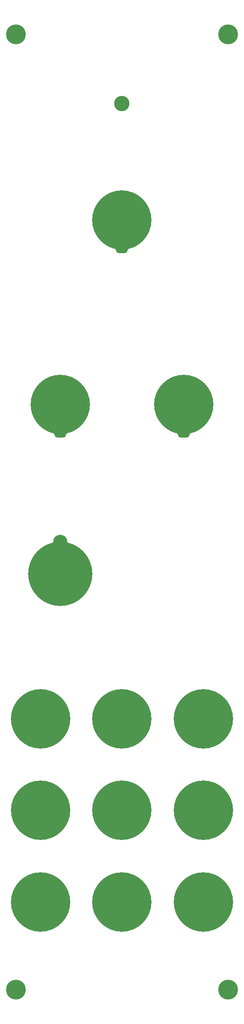
<source format=gts>
%TF.GenerationSoftware,KiCad,Pcbnew,8.0.5*%
%TF.CreationDate,2024-12-04T18:31:37+01:00*%
%TF.ProjectId,DMH_S_H_Noise_PANEL,444d485f-535f-4485-9f4e-6f6973655f50,rev?*%
%TF.SameCoordinates,Original*%
%TF.FileFunction,Soldermask,Top*%
%TF.FilePolarity,Negative*%
%FSLAX46Y46*%
G04 Gerber Fmt 4.6, Leading zero omitted, Abs format (unit mm)*
G04 Created by KiCad (PCBNEW 8.0.5) date 2024-12-04 18:31:37*
%MOMM*%
%LPD*%
G01*
G04 APERTURE LIST*
%ADD10C,12.000000*%
%ADD11O,2.500000X1.500000*%
%ADD12C,0.500000*%
%ADD13C,4.000000*%
%ADD14C,3.100000*%
%ADD15C,2.900000*%
%ADD16C,13.000000*%
G04 APERTURE END LIST*
D10*
%TO.C,H7*%
X87500000Y-108250000D03*
D11*
X87500000Y-114250000D03*
%TD*%
D10*
%TO.C,H6*%
X62500000Y-108250000D03*
D11*
X62500000Y-114250000D03*
%TD*%
D10*
%TO.C,H5*%
X75000000Y-71000000D03*
D11*
X75000000Y-77000000D03*
%TD*%
D12*
%TO.C,H10*%
X52800000Y-190250000D03*
X54460000Y-186220000D03*
X54470000Y-194290000D03*
X58500000Y-184550000D03*
D10*
X58500000Y-190250000D03*
D12*
X58500000Y-195950000D03*
X62530000Y-194290000D03*
X62540000Y-186220000D03*
X64200000Y-190250000D03*
%TD*%
D13*
%TO.C,H3*%
X53500000Y-226500000D03*
%TD*%
D12*
%TO.C,H19*%
X69300000Y-190250000D03*
X70960000Y-186220000D03*
X70970000Y-194290000D03*
X75000000Y-184550000D03*
D10*
X75000000Y-190250000D03*
D12*
X75000000Y-195950000D03*
X79030000Y-194290000D03*
X79040000Y-186220000D03*
X80700000Y-190250000D03*
%TD*%
D14*
%TO.C,H16*%
X75000000Y-47500000D03*
%TD*%
D12*
%TO.C,H12*%
X85800000Y-190250000D03*
X87460000Y-186220000D03*
X87470000Y-194290000D03*
X91500000Y-184550000D03*
D10*
X91500000Y-190250000D03*
D12*
X91500000Y-195950000D03*
X95530000Y-194290000D03*
X95540000Y-186220000D03*
X97200000Y-190250000D03*
%TD*%
%TO.C,H8*%
X52800000Y-171750000D03*
X54460000Y-167720000D03*
X54470000Y-175790000D03*
X58500000Y-166050000D03*
D10*
X58500000Y-171750000D03*
D12*
X58500000Y-177450000D03*
X62530000Y-175790000D03*
X62540000Y-167720000D03*
X64200000Y-171750000D03*
%TD*%
D15*
%TO.C,H18*%
X62500000Y-136100000D03*
D16*
X62500000Y-142500000D03*
%TD*%
D12*
%TO.C,H14*%
X52800000Y-208750000D03*
X54460000Y-204720000D03*
X54470000Y-212790000D03*
X58500000Y-203050000D03*
D10*
X58500000Y-208750000D03*
D12*
X58500000Y-214450000D03*
X62530000Y-212790000D03*
X62540000Y-204720000D03*
X64200000Y-208750000D03*
%TD*%
D13*
%TO.C,H2*%
X96500000Y-33500000D03*
%TD*%
%TO.C,H4*%
X96500000Y-226500000D03*
%TD*%
D12*
%TO.C,H13*%
X69300000Y-208750000D03*
X70960000Y-204720000D03*
X70970000Y-212790000D03*
X75000000Y-203050000D03*
D10*
X75000000Y-208750000D03*
D12*
X75000000Y-214450000D03*
X79030000Y-212790000D03*
X79040000Y-204720000D03*
X80700000Y-208750000D03*
%TD*%
D13*
%TO.C,H1*%
X53500000Y-33500000D03*
%TD*%
D12*
%TO.C,H15*%
X85800000Y-208750000D03*
X87460000Y-204720000D03*
X87470000Y-212790000D03*
X91500000Y-203050000D03*
D10*
X91500000Y-208750000D03*
D12*
X91500000Y-214450000D03*
X95530000Y-212790000D03*
X95540000Y-204720000D03*
X97200000Y-208750000D03*
%TD*%
%TO.C,H9*%
X69300000Y-171750000D03*
X70960000Y-167720000D03*
X70970000Y-175790000D03*
X75000000Y-166050000D03*
D10*
X75000000Y-171750000D03*
D12*
X75000000Y-177450000D03*
X79030000Y-175790000D03*
X79040000Y-167720000D03*
X80700000Y-171750000D03*
%TD*%
%TO.C,H11*%
X85800000Y-171750000D03*
X87460000Y-167720000D03*
X87470000Y-175790000D03*
X91500000Y-166050000D03*
D10*
X91500000Y-171750000D03*
D12*
X91500000Y-177450000D03*
X95530000Y-175790000D03*
X95540000Y-167720000D03*
X97200000Y-171750000D03*
%TD*%
M02*

</source>
